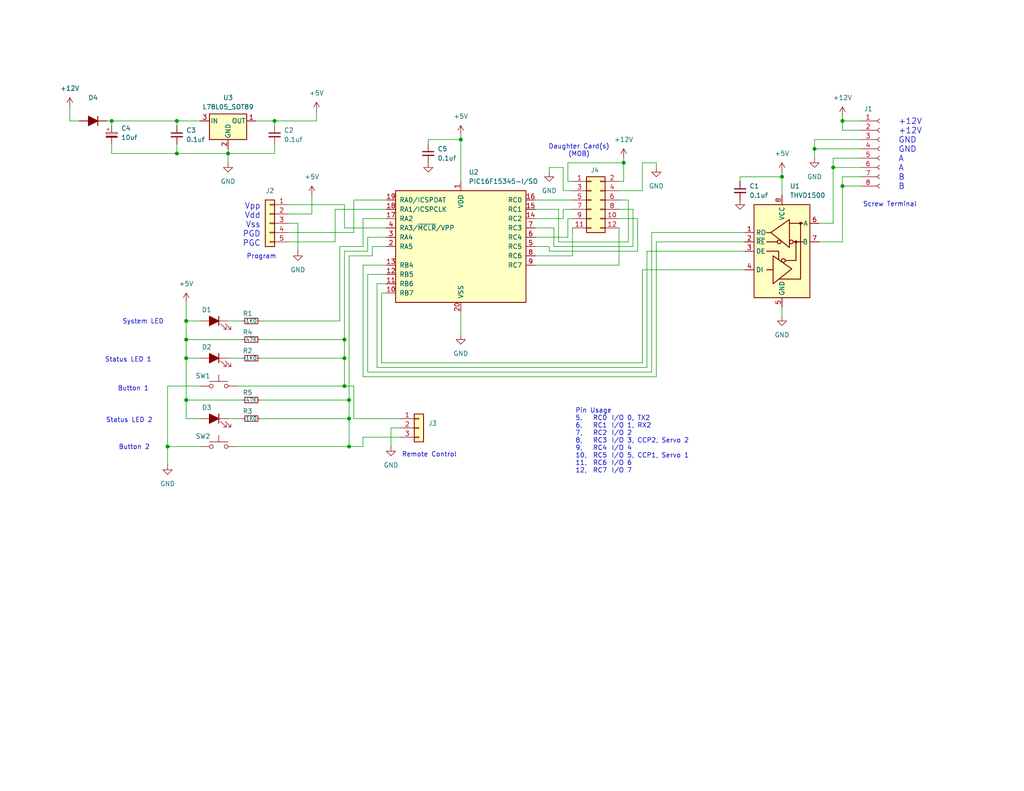
<source format=kicad_sch>
(kicad_sch (version 20250114) (generator "eeschema") (generator_version "9.0")
  (paper "A")
  (title_block (title "Serial Model Railroad Control") (date "2025-03-23") (rev "n/c") (company "DMFE") (comment 1 "Remote Mother Board"))
  (lib_symbols
    (symbol "Connector:Conn_01x08_Socket" (pin_names (offset 1.016) (hide yes))
      (property "Reference" "J" (at 0 10.16 0))
      (property "Value" "Conn_01x08_Socket" (at 0 -12.7 0))
      (symbol "Conn_01x08_Socket_1_1"
        (polyline (pts (xy -1.27 7.62) (xy -0.508 7.62)) (stroke (width 0.1524)))
        (polyline (pts (xy -1.27 5.08) (xy -0.508 5.08)) (stroke (width 0.1524)))
        (polyline (pts (xy -1.27 2.54) (xy -0.508 2.54)) (stroke (width 0.1524)))
        (polyline (pts (xy -1.27 0) (xy -0.508 0)) (stroke (width 0.1524)))
        (polyline (pts (xy -1.27 -2.54) (xy -0.508 -2.54)) (stroke (width 0.1524)))
        (polyline (pts (xy -1.27 -5.08) (xy -0.508 -5.08)) (stroke (width 0.1524)))
        (polyline (pts (xy -1.27 -7.62) (xy -0.508 -7.62)) (stroke (width 0.1524)))
        (polyline (pts (xy -1.27 -10.16) (xy -0.508 -10.16)) (stroke (width 0.1524)))
        (arc (start 0 7.112) (mid -0.5058 7.62) (end 0 8.128) (stroke (width 0.1524)))
        (arc (start 0 4.572) (mid -0.5058 5.08) (end 0 5.588) (stroke (width 0.1524)))
        (arc (start 0 2.032) (mid -0.5058 2.54) (end 0 3.048) (stroke (width 0.1524)))
        (arc (start 0 -0.508) (mid -0.5058 0) (end 0 0.508) (stroke (width 0.1524)))
        (arc (start 0 -3.048) (mid -0.5058 -2.54) (end 0 -2.032) (stroke (width 0.1524)))
        (arc (start 0 -5.588) (mid -0.5058 -5.08) (end 0 -4.572) (stroke (width 0.1524)))
        (arc (start 0 -8.128) (mid -0.5058 -7.62) (end 0 -7.112) (stroke (width 0.1524)))
        (arc (start 0 -10.668) (mid -0.5058 -10.16) (end 0 -9.652) (stroke (width 0.1524)))
        (pin passive line (at -5.08 7.62 0) (length 3.81) (name "Pin_1") (number "1"))
        (pin passive line (at -5.08 5.08 0) (length 3.81) (name "Pin_2") (number "2"))
        (pin passive line (at -5.08 2.54 0) (length 3.81) (name "Pin_3") (number "3"))
        (pin passive line (at -5.08 0 0) (length 3.81) (name "Pin_4") (number "4"))
        (pin passive line (at -5.08 -2.54 0) (length 3.81) (name "Pin_5") (number "5"))
        (pin passive line (at -5.08 -5.08 0) (length 3.81) (name "Pin_6") (number "6"))
        (pin passive line (at -5.08 -7.62 0) (length 3.81) (name "Pin_7") (number "7"))
        (pin passive line (at -5.08 -10.16 0) (length 3.81) (name "Pin_8") (number "8"))
      )
    )
    (symbol "Connector_Generic:Conn_01x03" (pin_names (offset 1.016) (hide yes))
      (property "Reference" "J" (at 0 5.08 0))
      (property "Value" "Conn_01x03" (at 0 -5.08 0))
      (symbol "Conn_01x03_1_1"
        (rectangle (start -1.27 3.81) (end 1.27 -3.81) (stroke (width 0.254)) (fill (type background)))
        (rectangle (start -1.27 2.667) (end 0 2.413) (stroke (width 0.1524)))
        (rectangle (start -1.27 0.127) (end 0 -0.127) (stroke (width 0.1524)))
        (rectangle (start -1.27 -2.413) (end 0 -2.667) (stroke (width 0.1524)))
        (pin passive line (at -5.08 2.54 0) (length 3.81) (name "Pin_1") (number "1"))
        (pin passive line (at -5.08 0 0) (length 3.81) (name "Pin_2") (number "2"))
        (pin passive line (at -5.08 -2.54 0) (length 3.81) (name "Pin_3") (number "3"))
      )
    )
    (symbol "Connector_Generic:Conn_01x05" (pin_names (offset 1.016) (hide yes))
      (property "Reference" "J" (at 0 7.62 0))
      (property "Value" "Conn_01x05" (at 0 -7.62 0))
      (symbol "Conn_01x05_1_1"
        (rectangle (start -1.27 6.35) (end 1.27 -6.35) (stroke (width 0.254)) (fill (type background)))
        (rectangle (start -1.27 5.207) (end 0 4.953) (stroke (width 0.1524)))
        (rectangle (start -1.27 2.667) (end 0 2.413) (stroke (width 0.1524)))
        (rectangle (start -1.27 0.127) (end 0 -0.127) (stroke (width 0.1524)))
        (rectangle (start -1.27 -2.413) (end 0 -2.667) (stroke (width 0.1524)))
        (rectangle (start -1.27 -4.953) (end 0 -5.207) (stroke (width 0.1524)))
        (pin passive line (at -5.08 5.08 0) (length 3.81) (name "Pin_1") (number "1"))
        (pin passive line (at -5.08 2.54 0) (length 3.81) (name "Pin_2") (number "2"))
        (pin passive line (at -5.08 0 0) (length 3.81) (name "Pin_3") (number "3"))
        (pin passive line (at -5.08 -2.54 0) (length 3.81) (name "Pin_4") (number "4"))
        (pin passive line (at -5.08 -5.08 0) (length 3.81) (name "Pin_5") (number "5"))
      )
    )
    (symbol "Connector_Generic:Conn_02x06_Odd_Even" (pin_names (offset 1.016) (hide yes))
      (property "Reference" "J" (at 1.27 7.62 0))
      (property "Value" "Conn_02x06_Odd_Even" (at 1.27 -10.16 0))
      (symbol "Conn_02x06_Odd_Even_1_1"
        (rectangle (start -1.27 6.35) (end 3.81 -8.89) (stroke (width 0.254)) (fill (type background)))
        (rectangle (start -1.27 5.207) (end 0 4.953) (stroke (width 0.1524)))
        (rectangle (start -1.27 2.667) (end 0 2.413) (stroke (width 0.1524)))
        (rectangle (start -1.27 0.127) (end 0 -0.127) (stroke (width 0.1524)))
        (rectangle (start -1.27 -2.413) (end 0 -2.667) (stroke (width 0.1524)))
        (rectangle (start -1.27 -4.953) (end 0 -5.207) (stroke (width 0.1524)))
        (rectangle (start -1.27 -7.493) (end 0 -7.747) (stroke (width 0.1524)))
        (rectangle (start 3.81 5.207) (end 2.54 4.953) (stroke (width 0.1524)))
        (rectangle (start 3.81 2.667) (end 2.54 2.413) (stroke (width 0.1524)))
        (rectangle (start 3.81 0.127) (end 2.54 -0.127) (stroke (width 0.1524)))
        (rectangle (start 3.81 -2.413) (end 2.54 -2.667) (stroke (width 0.1524)))
        (rectangle (start 3.81 -4.953) (end 2.54 -5.207) (stroke (width 0.1524)))
        (rectangle (start 3.81 -7.493) (end 2.54 -7.747) (stroke (width 0.1524)))
        (pin passive line (at -5.08 5.08 0) (length 3.81) (name "Pin_1") (number "1"))
        (pin passive line (at -5.08 2.54 0) (length 3.81) (name "Pin_3") (number "3"))
        (pin passive line (at -5.08 0 0) (length 3.81) (name "Pin_5") (number "5"))
        (pin passive line (at -5.08 -2.54 0) (length 3.81) (name "Pin_7") (number "7"))
        (pin passive line (at -5.08 -5.08 0) (length 3.81) (name "Pin_9") (number "9"))
        (pin passive line (at -5.08 -7.62 0) (length 3.81) (name "Pin_11") (number "11"))
        (pin passive line (at 7.62 5.08 180) (length 3.81) (name "Pin_2") (number "2"))
        (pin passive line (at 7.62 2.54 180) (length 3.81) (name "Pin_4") (number "4"))
        (pin passive line (at 7.62 0 180) (length 3.81) (name "Pin_6") (number "6"))
        (pin passive line (at 7.62 -2.54 180) (length 3.81) (name "Pin_8") (number "8"))
        (pin passive line (at 7.62 -5.08 180) (length 3.81) (name "Pin_10") (number "10"))
        (pin passive line (at 7.62 -7.62 180) (length 3.81) (name "Pin_12") (number "12"))
      )
    )
    (symbol "Device:C_Polarized_Small" (pin_numbers (hide yes)) (pin_names (offset 0.254) (hide yes))
      (property "Reference" "C" (at 0.254 1.778 0))
      (property "Value" "C_Polarized_Small" (at 0.254 -2.032 0))
      (symbol "C_Polarized_Small_0_1"
        (rectangle (start -1.524 0.6858) (end 1.524 0.3048))
        (rectangle (start -1.524 -0.3048) (end 1.524 -0.6858) (fill (type outline)))
        (polyline (pts (xy -1.27 1.524) (xy -0.762 1.524)))
        (polyline (pts (xy -1.016 1.27) (xy -1.016 1.778)))
      )
      (symbol "C_Polarized_Small_1_1"
        (pin passive line (at 0 2.54 270) (length 1.8542) (name "~") (number "1"))
        (pin passive line (at 0 -2.54 90) (length 1.8542) (name "~") (number "2"))
      )
    )
    (symbol "Device:C_Small" (pin_numbers (hide yes)) (pin_names (offset 0.254) (hide yes))
      (property "Reference" "C" (at 0.254 1.778 0))
      (property "Value" "C_Small" (at 0.254 -2.032 0))
      (symbol "C_Small_0_1"
        (polyline (pts (xy -1.524 0.508) (xy 1.524 0.508)) (stroke (width 0.3048)))
        (polyline (pts (xy -1.524 -0.508) (xy 1.524 -0.508)) (stroke (width 0.3302)))
      )
      (symbol "C_Small_1_1"
        (pin passive line (at 0 2.54 270) (length 2.032) (name "~") (number "1"))
        (pin passive line (at 0 -2.54 90) (length 2.032) (name "~") (number "2"))
      )
    )
    (symbol "Device:D_Filled" (pin_numbers (hide yes)) (pin_names (offset 1.016) (hide yes))
      (property "Reference" "D" (at 0 2.54 0))
      (property "Value" "D_Filled" (at 0 -2.54 0))
      (symbol "D_Filled_0_1"
        (polyline (pts (xy -1.27 1.27) (xy -1.27 -1.27)) (stroke (width 0.254)))
        (polyline (pts (xy 1.27 1.27) (xy 1.27 -1.27) (xy -1.27 0) (xy 1.27 1.27)) (stroke (width 0.254)) (fill (type outline)))
        (polyline (pts (xy 1.27 0) (xy -1.27 0)))
      )
      (symbol "D_Filled_1_1"
        (pin passive line (at -3.81 0 0) (length 2.54) (name "K") (number "1"))
        (pin passive line (at 3.81 0 180) (length 2.54) (name "A") (number "2"))
      )
    )
    (symbol "Device:LED_Filled" (pin_numbers (hide yes)) (pin_names (offset 1.016) (hide yes))
      (property "Reference" "D" (at 0 2.54 0))
      (property "Value" "LED_Filled" (at 0 -2.54 0))
      (property "Sim.Pins" "1=K 2=A" (at 0 0 0))
      (symbol "LED_Filled_0_1"
        (polyline (pts (xy -3.048 -0.762) (xy -4.572 -2.286) (xy -3.81 -2.286) (xy -4.572 -2.286) (xy -4.572 -1.524)))
        (polyline (pts (xy -1.778 -0.762) (xy -3.302 -2.286) (xy -2.54 -2.286) (xy -3.302 -2.286) (xy -3.302 -1.524)))
        (polyline (pts (xy -1.27 0) (xy 1.27 0)))
        (polyline (pts (xy -1.27 -1.27) (xy -1.27 1.27)) (stroke (width 0.254)))
        (polyline (pts (xy 1.27 -1.27) (xy 1.27 1.27) (xy -1.27 0) (xy 1.27 -1.27)) (stroke (width 0.254)) (fill (type outline)))
      )
      (symbol "LED_Filled_1_1"
        (pin passive line (at -3.81 0 0) (length 2.54) (name "K") (number "1"))
        (pin passive line (at 3.81 0 180) (length 2.54) (name "A") (number "2"))
      )
    )
    (symbol "Device:R_Small" (pin_numbers (hide yes)) (pin_names (offset 0.254) (hide yes))
      (property "Reference" "R" (at 0.762 0.508 0))
      (property "Value" "R_Small" (at 0.762 -1.016 0))
      (symbol "R_Small_0_1"
        (rectangle (start -0.762 1.778) (end 0.762 -1.778) (stroke (width 0.2032)))
      )
      (symbol "R_Small_1_1"
        (pin passive line (at 0 2.54 270) (length 0.762) (name "~") (number "1"))
        (pin passive line (at 0 -2.54 90) (length 0.762) (name "~") (number "2"))
      )
    )
    (symbol "Interface_UART:THVD1500"
      (property "Reference" "U" (at -6.096 11.43 0))
      (property "Value" "THVD1500" (at 0.762 11.43 0))
      (symbol "THVD1500_0_1"
        (rectangle (start -7.62 12.7) (end 7.62 -12.7) (stroke (width 0.254)) (fill (type background)))
        (polyline (pts (xy -4.191 2.54) (xy -1.27 2.54)) (stroke (width 0.254)))
        (polyline (pts (xy -4.191 0) (xy -0.889 0) (xy -0.889 -2.286)) (stroke (width 0.254)))
        (polyline (pts (xy -3.175 5.08) (xy -4.191 5.08) (xy -4.064 5.08)) (stroke (width 0.254)))
        (polyline (pts (xy -2.54 -5.08) (xy -4.191 -5.08)) (stroke (width 0.254)))
        (polyline (pts (xy -2.413 -5.08) (xy -2.413 -1.27) (xy 2.667 -4.826) (xy -2.413 -8.89) (xy -2.413 -5.08)) (stroke (width 0.254)))
        (polyline (pts (xy -0.635 -7.62) (xy 5.08 -7.62)) (stroke (width 0.254)))
        (circle (center 0.381 -2.54) (radius 0.508) (stroke (width 0.254)))
        (polyline (pts (xy 0.889 -2.54) (xy 3.81 -2.54)) (stroke (width 0.254)))
        (polyline (pts (xy 2.032 7.62) (xy 5.715 7.62)) (stroke (width 0.254)))
        (polyline (pts (xy 3.048 2.54) (xy 5.715 2.54)) (stroke (width 0.254)))
        (circle (center 3.81 2.54) (radius 0.2794) (stroke (width 0.254)) (fill (type outline)))
        (polyline (pts (xy 3.81 -2.54) (xy 3.81 2.54)) (stroke (width 0.254)))
        (polyline (pts (xy 5.08 -7.62) (xy 5.08 7.62)) (stroke (width 0.254)))
      )
      (symbol "THVD1500_1_1"
        (circle (center -0.762 2.54) (radius 0.508) (stroke (width 0.254)))
        (polyline (pts (xy 2.032 4.826) (xy 2.032 8.636) (xy -3.048 5.08) (xy 2.032 1.016) (xy 2.032 4.826)) (stroke (width 0.254)))
        (circle (center 2.54 2.54) (radius 0.508) (stroke (width 0.254)))
        (circle (center 5.08 7.62) (radius 0.2794) (stroke (width 0.254)) (fill (type outline)))
        (pin output line (at -10.16 5.08 0) (length 2.54) (name "RO") (number "1"))
        (pin input line (at -10.16 2.54 0) (length 2.54) (name "~{RE}") (number "2"))
        (pin input line (at -10.16 0 0) (length 2.54) (name "DE") (number "3"))
        (pin input line (at -10.16 -5.08 0) (length 2.54) (name "DI") (number "4"))
        (pin power_in line (at 0 15.24 270) (length 2.54) (name "VCC") (number "8"))
        (pin power_in line (at 0 -15.24 90) (length 2.54) (name "GND") (number "5"))
        (pin bidirectional line (at 10.16 7.62 180) (length 2.54) (name "A") (number "6"))
        (pin bidirectional line (at 10.16 2.54 180) (length 2.54) (name "B") (number "7"))
      )
    )
    (symbol "MCU_Microchip_PIC16:PIC16F18344-SO" (pin_names (offset 1.016))
      (property "Reference" "U" (at -16.51 16.51 0))
      (property "Value" "PIC16F18344-SO" (at 8.89 16.51 0))
      (symbol "PIC16F18344-SO_0_1"
        (rectangle (start -17.78 15.24) (end 17.78 -15.24) (stroke (width 0.254)) (fill (type background)))
      )
      (symbol "PIC16F18344-SO_1_1"
        (pin bidirectional line (at -20.32 12.7 0) (length 2.54) (name "RA0/ICSPDAT") (number "19"))
        (pin bidirectional line (at -20.32 10.16 0) (length 2.54) (name "RA1/ICSPCLK") (number "18"))
        (pin bidirectional line (at -20.32 7.62 0) (length 2.54) (name "RA2") (number "17"))
        (pin bidirectional line (at -20.32 5.08 0) (length 2.54) (name "RA3/~{MCLR}/VPP") (number "4"))
        (pin bidirectional line (at -20.32 2.54 0) (length 2.54) (name "RA4") (number "3"))
        (pin bidirectional line (at -20.32 0 0) (length 2.54) (name "RA5") (number "2"))
        (pin bidirectional line (at -20.32 -5.08 0) (length 2.54) (name "RB4") (number "13"))
        (pin bidirectional line (at -20.32 -7.62 0) (length 2.54) (name "RB5") (number "12"))
        (pin bidirectional line (at -20.32 -10.16 0) (length 2.54) (name "RB6") (number "11"))
        (pin bidirectional line (at -20.32 -12.7 0) (length 2.54) (name "RB7") (number "10"))
        (pin power_in line (at 0 17.78 270) (length 2.54) (name "VDD") (number "1"))
        (pin power_in line (at 0 -17.78 90) (length 2.54) (name "VSS") (number "20"))
        (pin bidirectional line (at 20.32 12.7 180) (length 2.54) (name "RC0") (number "16"))
        (pin bidirectional line (at 20.32 10.16 180) (length 2.54) (name "RC1") (number "15"))
        (pin bidirectional line (at 20.32 7.62 180) (length 2.54) (name "RC2") (number "14"))
        (pin bidirectional line (at 20.32 5.08 180) (length 2.54) (name "RC3") (number "7"))
        (pin bidirectional line (at 20.32 2.54 180) (length 2.54) (name "RC4") (number "6"))
        (pin bidirectional line (at 20.32 0 180) (length 2.54) (name "RC5") (number "5"))
        (pin bidirectional line (at 20.32 -2.54 180) (length 2.54) (name "RC6") (number "8"))
        (pin bidirectional line (at 20.32 -5.08 180) (length 2.54) (name "RC7") (number "9"))
      )
    )
    (symbol "Regulator_Linear:L78L05_SOT89" (pin_names (offset 0.254))
      (property "Reference" "U" (at -3.81 3.175 0))
      (property "Value" "L78L05_SOT89" (at -0.635 3.175 0))
      (symbol "L78L05_SOT89_0_1"
        (rectangle (start -5.08 1.905) (end 5.08 -5.08) (stroke (width 0.254)) (fill (type background)))
      )
      (symbol "L78L05_SOT89_1_1"
        (pin power_in line (at -7.62 0 0) (length 2.54) (name "IN") (number "3"))
        (pin power_in line (at 0 -7.62 90) (length 2.54) (name "GND") (number "2"))
        (pin power_out line (at 7.62 0 180) (length 2.54) (name "OUT") (number "1"))
      )
    )
    (symbol "Switch:SW_Push" (pin_numbers (hide yes)) (pin_names (offset 1.016) (hide yes))
      (property "Reference" "SW" (at 1.27 2.54 0))
      (property "Value" "SW_Push" (at 0 -1.524 0))
      (symbol "SW_Push_0_1"
        (circle (center -2.032 0) (radius 0.508))
        (polyline (pts (xy 0 1.27) (xy 0 3.048)))
        (circle (center 2.032 0) (radius 0.508))
        (polyline (pts (xy 2.54 1.27) (xy -2.54 1.27)))
        (pin passive line (at -5.08 0 0) (length 2.54) (name "1") (number "1"))
        (pin passive line (at 5.08 0 180) (length 2.54) (name "2") (number "2"))
      )
    )
    (symbol "power:+12V" (power) (pin_numbers (hide yes)) (pin_names (offset 0) (hide yes))
      (property "Value" "+12V" (at 0 3.556 0))
      (symbol "+12V_0_1"
        (polyline (pts (xy -0.762 1.27) (xy 0 2.54)))
        (polyline (pts (xy 0 2.54) (xy 0.762 1.27)))
        (polyline (pts (xy 0 0) (xy 0 2.54)))
      )
      (symbol "+12V_1_1"
        (pin power_in line (at 0 0 90) (length 0) (name "~") (number "1"))
      )
    )
    (symbol "power:+5V" (power) (pin_numbers (hide yes)) (pin_names (offset 0) (hide yes))
      (property "Value" "+5V" (at 0 3.556 0))
      (symbol "+5V_0_1"
        (polyline (pts (xy -0.762 1.27) (xy 0 2.54)))
        (polyline (pts (xy 0 2.54) (xy 0.762 1.27)))
        (polyline (pts (xy 0 0) (xy 0 2.54)))
      )
      (symbol "+5V_1_1"
        (pin power_in line (at 0 0 90) (length 0) (name "~") (number "1"))
      )
    )
    (symbol "power:GND" (power) (pin_numbers (hide yes)) (pin_names (offset 0) (hide yes))
      (property "Value" "GND" (at 0 -3.81 0))
      (symbol "GND_0_1"
        (polyline (pts (xy 0 0) (xy 0 -1.27) (xy 1.27 -1.27) (xy 0 -2.54) (xy -1.27 -1.27) (xy 0 -1.27)))
      )
      (symbol "GND_1_1"
        (pin power_in line (at 0 0 270) (length 0) (name "~") (number "1"))
      )
    )
  )
  (text "Daughter Card(s)\n(MOB)" (at 157.988 41.148 0) (effects (font (size 1.27 1.27))))
  (text "Remote Control" (at 124.714 124.206 0) (effects (font (size 1.27 1.27)) (justify right)))
  (text "Status LED 1" (at 41.402 98.298 0) (effects (font (size 1.27 1.27)) (justify right)))
  (text "Program" (at 75.438 70.104 0) (effects (font (size 1.27 1.27)) (justify right)))
  (text "Vpp\nVdd\nVss\nPGD\nPGC" (at 71.12 61.468 0) (effects (font (size 1.5748 1.5748)) (justify right)))
  (text "Button 2" (at 40.894 122.174 0) (effects (font (size 1.27 1.27)) (justify right)))
  (text "System LED" (at 44.704 87.884 0) (effects (font (size 1.27 1.27)) (justify right)))
  (text "Screw Terminal" (at 242.824 55.88 0) (effects (font (size 1.27 1.27))))
  (text "Status LED 2" (at 41.656 114.808 0) (effects (font (size 1.27 1.27)) (justify right)))
  (text "Button 1" (at 40.64 106.172 0) (effects (font (size 1.27 1.27)) (justify right)))
  (text "Pin Usage\n5,	RC0	I/O 0, TX2\n6,	RC1	I/O 1, RX2\n7,	RC2	I/O 2\n8,	RC3	I/O 3, CCP2, Servo 2\n9,	RC4	I/O 4\n10,	RC5	I/O 5, CCP1, Servo 1\n11,	RC6	I/O 6\n12,	RC7	I/O 7" (at 156.972 120.396 0) (effects (font (size 1.27 1.27)) (justify left)))
  (text "+12V\n+12V\nGND\nGND\nA\nA\nB\nB" (at 245.11 42.164 0) (effects (font (size 1.5748 1.5748)) (justify left)))
  (junction (at 50.8 87.63))
  (junction (at 50.8 92.71))
  (junction (at 95.25 114.3))
  (junction (at 227.33 45.72))
  (junction (at 213.36 48.26))
  (junction (at 229.87 50.8))
  (junction (at 30.48 33.02))
  (junction (at 48.26 41.91))
  (junction (at 229.87 33.02))
  (junction (at 48.26 33.02))
  (junction (at 222.25 40.64))
  (junction (at 93.98 97.79))
  (junction (at 93.98 92.71))
  (junction (at 45.72 121.92))
  (junction (at 95.25 121.92))
  (junction (at 50.8 97.79))
  (junction (at 93.98 105.41))
  (junction (at 74.93 33.02))
  (junction (at 50.8 109.22))
  (junction (at 170.18 44.45))
  (junction (at 125.73 38.1))
  (junction (at 62.23 41.91))
  (junction (at 95.25 109.22))
  (wire (pts (xy 64.77 121.92) (xy 95.25 121.92)))
  (wire (pts (xy 93.98 55.88) (xy 93.98 62.23)))
  (wire (pts (xy 125.73 38.1) (xy 125.73 49.53)))
  (wire (pts (xy 93.98 62.23) (xy 105.41 62.23)))
  (wire (pts (xy 92.71 67.31) (xy 99.06 67.31)))
  (wire (pts (xy 71.12 109.22) (xy 95.25 109.22)))
  (wire (pts (xy 156.21 49.53) (xy 154.94 49.53)))
  (wire (pts (xy 64.77 105.41) (xy 93.98 105.41)))
  (wire (pts (xy 227.33 45.72) (xy 227.33 60.96)))
  (wire (pts (xy 151.13 62.23) (xy 151.13 67.31)))
  (wire (pts (xy 116.84 38.1) (xy 125.73 38.1)))
  (wire (pts (xy 74.93 33.02) (xy 86.36 33.02)))
  (wire (pts (xy 177.8 63.5) (xy 177.8 101.6)))
  (wire (pts (xy 179.07 66.04) (xy 203.2 66.04)))
  (wire (pts (xy 74.93 33.02) (xy 74.93 34.29)))
  (wire (pts (xy 222.25 38.1) (xy 234.95 38.1)))
  (wire (pts (xy 62.23 41.91) (xy 74.93 41.91)))
  (wire (pts (xy 146.05 57.15) (xy 152.4 57.15)))
  (wire (pts (xy 62.23 41.91) (xy 48.26 41.91)))
  (wire (pts (xy 175.26 44.45) (xy 179.07 44.45)))
  (wire (pts (xy 93.98 105.41) (xy 93.98 97.79)))
  (wire (pts (xy 201.93 49.53) (xy 201.93 48.26)))
  (wire (pts (xy 229.87 66.04) (xy 223.52 66.04)))
  (wire (pts (xy 85.09 53.34) (xy 85.09 58.42)))
  (wire (pts (xy 96.52 114.3) (xy 96.52 105.41)))
  (wire (pts (xy 71.12 114.3) (xy 95.25 114.3)))
  (wire (pts (xy 146.05 69.85) (xy 156.21 69.85)))
  (wire (pts (xy 96.52 54.61) (xy 96.52 63.5)))
  (wire (pts (xy 156.21 52.07) (xy 153.67 52.07)))
  (wire (pts (xy 203.2 63.5) (xy 177.8 63.5)))
  (wire (pts (xy 109.22 119.38) (xy 99.06 119.38)))
  (wire (pts (xy 146.05 62.23) (xy 151.13 62.23)))
  (wire (pts (xy 229.87 48.26) (xy 229.87 50.8)))
  (wire (pts (xy 74.93 39.37) (xy 74.93 41.91)))
  (wire (pts (xy 99.06 121.92) (xy 95.25 121.92)))
  (wire (pts (xy 146.05 59.69) (xy 153.67 59.69)))
  (wire (pts (xy 45.72 121.92) (xy 54.61 121.92)))
  (wire (pts (xy 106.68 121.92) (xy 106.68 116.84)))
  (wire (pts (xy 48.26 41.91) (xy 48.26 39.37)))
  (wire (pts (xy 175.26 73.66) (xy 175.26 99.06)))
  (wire (pts (xy 104.14 99.06) (xy 104.14 80.01)))
  (wire (pts (xy 176.53 68.58) (xy 176.53 100.33)))
  (wire (pts (xy 151.13 67.31) (xy 172.72 67.31)))
  (wire (pts (xy 50.8 97.79) (xy 50.8 109.22)))
  (wire (pts (xy 100.33 101.6) (xy 100.33 74.93)))
  (wire (pts (xy 213.36 83.82) (xy 213.36 86.36)))
  (wire (pts (xy 50.8 82.55) (xy 50.8 87.63)))
  (wire (pts (xy 48.26 33.02) (xy 54.61 33.02)))
  (wire (pts (xy 54.61 105.41) (xy 45.72 105.41)))
  (wire (pts (xy 179.07 44.45) (xy 179.07 45.72)))
  (wire (pts (xy 95.25 121.92) (xy 95.25 114.3)))
  (wire (pts (xy 154.94 64.77) (xy 154.94 59.69)))
  (wire (pts (xy 50.8 97.79) (xy 54.61 97.79)))
  (wire (pts (xy 45.72 105.41) (xy 45.72 121.92)))
  (wire (pts (xy 154.94 59.69) (xy 156.21 59.69)))
  (wire (pts (xy 29.21 33.02) (xy 30.48 33.02)))
  (wire (pts (xy 168.91 52.07) (xy 175.26 52.07)))
  (wire (pts (xy 171.45 54.61) (xy 168.91 54.61)))
  (wire (pts (xy 109.22 114.3) (xy 96.52 114.3)))
  (wire (pts (xy 227.33 43.18) (xy 227.33 45.72)))
  (wire (pts (xy 156.21 62.23) (xy 156.21 69.85)))
  (wire (pts (xy 154.94 44.45) (xy 170.18 44.45)))
  (wire (pts (xy 99.06 59.69) (xy 105.41 59.69)))
  (wire (pts (xy 95.25 114.3) (xy 95.25 109.22)))
  (wire (pts (xy 19.05 33.02) (xy 19.05 29.21)))
  (wire (pts (xy 170.18 43.18) (xy 170.18 44.45)))
  (wire (pts (xy 172.72 57.15) (xy 168.91 57.15)))
  (wire (pts (xy 172.72 67.31) (xy 172.72 57.15)))
  (wire (pts (xy 102.87 77.47) (xy 105.41 77.47)))
  (wire (pts (xy 99.06 119.38) (xy 99.06 121.92)))
  (wire (pts (xy 100.33 74.93) (xy 105.41 74.93)))
  (wire (pts (xy 30.48 33.02) (xy 48.26 33.02)))
  (wire (pts (xy 229.87 33.02) (xy 229.87 31.75)))
  (wire (pts (xy 153.67 59.69) (xy 153.67 57.15)))
  (wire (pts (xy 62.23 40.64) (xy 62.23 41.91)))
  (wire (pts (xy 179.07 102.87) (xy 99.06 102.87)))
  (wire (pts (xy 71.12 92.71) (xy 93.98 92.71)))
  (wire (pts (xy 85.09 58.42) (xy 78.74 58.42)))
  (wire (pts (xy 92.71 87.63) (xy 92.71 67.31)))
  (wire (pts (xy 62.23 87.63) (xy 66.04 87.63)))
  (wire (pts (xy 125.73 85.09) (xy 125.73 91.44)))
  (wire (pts (xy 106.68 116.84) (xy 109.22 116.84)))
  (wire (pts (xy 149.86 67.31) (xy 149.86 68.58)))
  (wire (pts (xy 149.86 45.72) (xy 149.86 46.99)))
  (wire (pts (xy 213.36 46.99) (xy 213.36 48.26)))
  (wire (pts (xy 95.25 69.85) (xy 95.25 109.22)))
  (wire (pts (xy 50.8 92.71) (xy 50.8 97.79)))
  (wire (pts (xy 101.6 67.31) (xy 105.41 67.31)))
  (wire (pts (xy 175.26 99.06) (xy 104.14 99.06)))
  (wire (pts (xy 153.67 57.15) (xy 156.21 57.15)))
  (wire (pts (xy 175.26 52.07) (xy 175.26 44.45)))
  (wire (pts (xy 176.53 68.58) (xy 203.2 68.58)))
  (wire (pts (xy 176.53 100.33) (xy 102.87 100.33)))
  (wire (pts (xy 102.87 100.33) (xy 102.87 77.47)))
  (wire (pts (xy 149.86 68.58) (xy 173.99 68.58)))
  (wire (pts (xy 62.23 114.3) (xy 66.04 114.3)))
  (wire (pts (xy 229.87 50.8) (xy 234.95 50.8)))
  (wire (pts (xy 50.8 109.22) (xy 66.04 109.22)))
  (wire (pts (xy 146.05 72.39) (xy 168.91 72.39)))
  (wire (pts (xy 93.98 92.71) (xy 93.98 68.58)))
  (wire (pts (xy 86.36 33.02) (xy 86.36 30.48)))
  (wire (pts (xy 153.67 52.07) (xy 153.67 45.72)))
  (wire (pts (xy 100.33 68.58) (xy 100.33 64.77)))
  (wire (pts (xy 91.44 66.04) (xy 78.74 66.04)))
  (wire (pts (xy 171.45 66.04) (xy 171.45 54.61)))
  (wire (pts (xy 78.74 55.88) (xy 93.98 55.88)))
  (wire (pts (xy 222.25 40.64) (xy 222.25 38.1)))
  (wire (pts (xy 177.8 101.6) (xy 100.33 101.6)))
  (wire (pts (xy 100.33 64.77) (xy 105.41 64.77)))
  (wire (pts (xy 222.25 40.64) (xy 234.95 40.64)))
  (wire (pts (xy 96.52 63.5) (xy 78.74 63.5)))
  (wire (pts (xy 30.48 33.02) (xy 30.48 34.29)))
  (wire (pts (xy 125.73 36.83) (xy 125.73 38.1)))
  (wire (pts (xy 101.6 69.85) (xy 101.6 67.31)))
  (wire (pts (xy 62.23 41.91) (xy 62.23 44.45)))
  (wire (pts (xy 227.33 45.72) (xy 234.95 45.72)))
  (wire (pts (xy 146.05 54.61) (xy 156.21 54.61)))
  (wire (pts (xy 203.2 73.66) (xy 175.26 73.66)))
  (wire (pts (xy 170.18 49.53) (xy 168.91 49.53)))
  (wire (pts (xy 45.72 127) (xy 45.72 121.92)))
  (wire (pts (xy 21.59 33.02) (xy 19.05 33.02)))
  (wire (pts (xy 93.98 97.79) (xy 93.98 92.71)))
  (wire (pts (xy 173.99 59.69) (xy 168.91 59.69)))
  (wire (pts (xy 30.48 39.37) (xy 30.48 41.91)))
  (wire (pts (xy 50.8 87.63) (xy 50.8 92.71)))
  (wire (pts (xy 48.26 33.02) (xy 48.26 34.29)))
  (wire (pts (xy 50.8 114.3) (xy 54.61 114.3)))
  (wire (pts (xy 71.12 97.79) (xy 93.98 97.79)))
  (wire (pts (xy 168.91 72.39) (xy 168.91 62.23)))
  (wire (pts (xy 96.52 105.41) (xy 93.98 105.41)))
  (wire (pts (xy 71.12 87.63) (xy 92.71 87.63)))
  (wire (pts (xy 154.94 49.53) (xy 154.94 44.45)))
  (wire (pts (xy 105.41 57.15) (xy 91.44 57.15)))
  (wire (pts (xy 91.44 57.15) (xy 91.44 66.04)))
  (wire (pts (xy 152.4 66.04) (xy 171.45 66.04)))
  (wire (pts (xy 234.95 35.56) (xy 229.87 35.56)))
  (wire (pts (xy 222.25 43.18) (xy 222.25 40.64)))
  (wire (pts (xy 99.06 102.87) (xy 99.06 72.39)))
  (wire (pts (xy 50.8 109.22) (xy 50.8 114.3)))
  (wire (pts (xy 93.98 68.58) (xy 100.33 68.58)))
  (wire (pts (xy 116.84 39.37) (xy 116.84 38.1)))
  (wire (pts (xy 234.95 43.18) (xy 227.33 43.18)))
  (wire (pts (xy 146.05 64.77) (xy 154.94 64.77)))
  (wire (pts (xy 30.48 41.91) (xy 48.26 41.91)))
  (wire (pts (xy 69.85 33.02) (xy 74.93 33.02)))
  (wire (pts (xy 50.8 87.63) (xy 54.61 87.63)))
  (wire (pts (xy 170.18 44.45) (xy 170.18 49.53)))
  (wire (pts (xy 81.28 60.96) (xy 78.74 60.96)))
  (wire (pts (xy 153.67 45.72) (xy 149.86 45.72)))
  (wire (pts (xy 146.05 67.31) (xy 149.86 67.31)))
  (wire (pts (xy 229.87 35.56) (xy 229.87 33.02)))
  (wire (pts (xy 179.07 66.04) (xy 179.07 102.87)))
  (wire (pts (xy 50.8 92.71) (xy 66.04 92.71)))
  (wire (pts (xy 152.4 57.15) (xy 152.4 66.04)))
  (wire (pts (xy 229.87 33.02) (xy 234.95 33.02)))
  (wire (pts (xy 99.06 67.31) (xy 99.06 59.69)))
  (wire (pts (xy 95.25 69.85) (xy 101.6 69.85)))
  (wire (pts (xy 62.23 97.79) (xy 66.04 97.79)))
  (wire (pts (xy 227.33 60.96) (xy 223.52 60.96)))
  (wire (pts (xy 229.87 50.8) (xy 229.87 66.04)))
  (wire (pts (xy 213.36 48.26) (xy 213.36 53.34)))
  (wire (pts (xy 105.41 54.61) (xy 96.52 54.61)))
  (wire (pts (xy 201.93 48.26) (xy 213.36 48.26)))
  (wire (pts (xy 99.06 72.39) (xy 105.41 72.39)))
  (wire (pts (xy 173.99 68.58) (xy 173.99 59.69)))
  (wire (pts (xy 104.14 80.01) (xy 105.41 80.01)))
  (wire (pts (xy 234.95 48.26) (xy 229.87 48.26)))
  (wire (pts (xy 81.28 68.58) (xy 81.28 60.96)))
  (symbol (lib_id "Connector_Generic:Conn_01x05") (at 73.66 60.96 0) (mirror y) (unit 1)
    (property "Reference" "J2" (at 73.66 52.07 0))
    (property "Value" "Conn_01x05" (effects (hide yes)))
    (property "Footprint" "Connector_PinHeader_2.54mm:PinHeader_1x05_P2.54mm_Vertical" (effects (hide yes)))
    (property "Description" "Generic connector, single row, 01x05, script generated (kicad-library-utils/schlib/autogen/connector/)" (effects (hide yes)))
  )
  (symbol (lib_id "power:+5V") (at 213.36 46.99 0) (unit 1)
    (property "Reference" "#PWR01" (effects (hide yes)))
    (property "Value" "+5V" (at 213.36 41.91 0))
    (property "Description" "Power symbol creates a global label with name \"+5V\"" (effects (hide yes)))
  )
  (symbol (lib_id "Device:LED_Filled") (at 58.42 114.3 0) (mirror y) (unit 1)
    (property "Reference" "D3" (at 56.388 111.252 0))
    (property "Value" "LED_Filled" (effects (hide yes)))
    (property "Footprint" "Diode_SMD:D_1206_3216Metric_Pad1.42x1.75mm_HandSolder" (effects (hide yes)))
    (property "Description" "Light emitting diode, filled shape" (effects (hide yes)))
    (property "Sim.Pins" "1=K 2=A" (effects (hide yes)))
  )
  (symbol (lib_id "MCU_Microchip_PIC16:PIC16F18344-SO") (at 125.73 67.31 0) (unit 1)
    (property "Reference" "U2" (at 127.8733 46.99 0) (effects (justify left)))
    (property "Value" "PIC16F15345-I/SO" (at 127.8733 49.53 0) (effects (justify left)))
    (property "Footprint" "Package_SO:SOIC-20W_7.5x12.8mm_P1.27mm" (effects (hide yes)))
    (property "Datasheet" "http://ww1.microchip.com/downloads/en/devicedoc/40001800a.pdf" (effects (hide yes)))
    (property "Description" "4096W FLASH, 512B RAM, 256B EEPROM, SOIC-20" (effects (hide yes)))
  )
  (symbol (lib_id "Device:R_Small") (at 68.58 92.71 90) (unit 1)
    (property "Reference" "R4" (at 67.564 90.678 90))
    (property "Value" "47K" (at 68.58 92.71 90) (effects (font (size 1.016 1.016))))
    (property "Footprint" "Resistor_SMD:R_0805_2012Metric_Pad1.20x1.40mm_HandSolder" (effects (hide yes)))
    (property "Description" "Resistor, small symbol" (effects (hide yes)))
  )
  (symbol (lib_id "power:GND") (at 45.72 127 0) (unit 1)
    (property "Reference" "#PWR015" (effects (hide yes)))
    (property "Value" "GND" (at 45.72 132.08 0))
    (property "Description" "Power symbol creates a global label with name \"GND\" , ground" (effects (hide yes)))
  )
  (symbol (lib_id "power:GND") (at 179.07 45.72 0) (unit 1)
    (property "Reference" "#PWR018" (effects (hide yes)))
    (property "Value" "GND" (at 179.07 50.8 0))
    (property "Description" "Power symbol creates a global label with name \"GND\" , ground" (effects (hide yes)))
  )
  (symbol (lib_id "Device:LED_Filled") (at 58.42 97.79 0) (mirror y) (unit 1)
    (property "Reference" "D2" (at 56.388 94.742 0))
    (property "Value" "LED_Filled" (effects (hide yes)))
    (property "Footprint" "Diode_SMD:D_1206_3216Metric_Pad1.42x1.75mm_HandSolder" (effects (hide yes)))
    (property "Description" "Light emitting diode, filled shape" (effects (hide yes)))
    (property "Sim.Pins" "1=K 2=A" (effects (hide yes)))
  )
  (symbol (lib_id "power:+5V") (at 125.73 36.83 0) (unit 1)
    (property "Reference" "#PWR09" (effects (hide yes)))
    (property "Value" "+5V" (at 125.73 31.75 0))
    (property "Description" "Power symbol creates a global label with name \"+5V\"" (effects (hide yes)))
  )
  (symbol (lib_id "power:GND") (at 116.84 44.45 0) (unit 1)
    (property "Reference" "#PWR011" (effects (hide yes)))
    (property "Value" "GND" (effects (hide yes)))
    (property "Description" "Power symbol creates a global label with name \"GND\" , ground" (effects (hide yes)))
  )
  (symbol (lib_id "power:GND") (at 106.68 121.92 0) (unit 1)
    (property "Reference" "#PWR016" (effects (hide yes)))
    (property "Value" "GND" (at 106.68 127 0))
    (property "Description" "Power symbol creates a global label with name \"GND\" , ground" (effects (hide yes)))
  )
  (symbol (lib_id "Switch:SW_Push") (at 59.69 121.92 0) (unit 1)
    (property "Reference" "SW2" (at 55.372 119.126 0))
    (property "Value" "SW_Push" (effects (hide yes)))
    (property "Footprint" "Button_Switch_SMD:SW_SPST_PTS645" (effects (hide yes)))
    (property "Description" "Push button switch, generic, two pins" (effects (hide yes)))
  )
  (symbol (lib_id "Device:R_Small") (at 68.58 87.63 90) (unit 1)
    (property "Reference" "R1" (at 67.564 85.598 90))
    (property "Value" "1K0" (at 68.58 87.63 90) (effects (font (size 1.016 1.016))))
    (property "Footprint" "Resistor_SMD:R_0805_2012Metric_Pad1.20x1.40mm_HandSolder" (effects (hide yes)))
    (property "Description" "Resistor, small symbol" (effects (hide yes)))
  )
  (symbol (lib_id "power:GND") (at 62.23 44.45 0) (unit 1)
    (property "Reference" "#PWR08" (effects (hide yes)))
    (property "Value" "GND" (at 62.23 49.53 0))
    (property "Description" "Power symbol creates a global label with name \"GND\" , ground" (effects (hide yes)))
  )
  (symbol (lib_id "Connector_Generic:Conn_01x03") (at 114.3 116.84 0) (unit 1)
    (property "Reference" "J3" (at 116.84 115.5699 0) (effects (justify left)))
    (property "Value" "Conn_01x03" (effects (hide yes)))
    (property "Footprint" "Connector_PinSocket_2.54mm:PinSocket_1x03_P2.54mm_Vertical" (effects (hide yes)))
    (property "Description" "Generic connector, single row, 01x03, script generated (kicad-library-utils/schlib/autogen/connector/)" (effects (hide yes)))
  )
  (symbol (lib_id "Interface_UART:THVD1500") (at 213.36 68.58 0) (unit 1)
    (property "Reference" "U1" (at 215.5033 50.8 0) (effects (justify left)))
    (property "Value" "THVD1500" (at 215.5033 53.34 0) (effects (justify left)))
    (property "Footprint" "Package_SO:SOIC-8_3.9x4.9mm_P1.27mm" (effects (hide yes)))
    (property "Datasheet" "https://www.ti.com/lit/ds/symlink/thvd1500.pdf" (effects (hide yes)))
    (property "Description" "Half duplex RS-485, 500 Kbps, 4.5V - 5.5V supply, ±8kV electro-static discharge (ESD) protection, with receiver/driver enable, SOIC-8" (effects (hide yes)))
  )
  (symbol (lib_id "Device:LED_Filled") (at 58.42 87.63 0) (mirror y) (unit 1)
    (property "Reference" "D1" (at 56.388 84.582 0))
    (property "Value" "LED_Filled" (effects (hide yes)))
    (property "Footprint" "Diode_SMD:D_1206_3216Metric_Pad1.42x1.75mm_HandSolder" (effects (hide yes)))
    (property "Description" "Light emitting diode, filled shape" (effects (hide yes)))
    (property "Sim.Pins" "1=K 2=A" (effects (hide yes)))
  )
  (symbol (lib_id "power:GND") (at 222.25 43.18 0) (unit 1)
    (property "Reference" "#PWR05" (effects (hide yes)))
    (property "Value" "GND" (at 222.25 48.26 0))
    (property "Description" "Power symbol creates a global label with name \"GND\" , ground" (effects (hide yes)))
  )
  (symbol (lib_id "power:+12V") (at 170.18 43.18 0) (unit 1)
    (property "Reference" "#PWR017" (effects (hide yes)))
    (property "Value" "+12V" (at 170.18 38.1 0))
    (property "Description" "Power symbol creates a global label with name \"+12V\"" (effects (hide yes)))
  )
  (symbol (lib_id "power:GND") (at 201.93 54.61 0) (unit 1)
    (property "Reference" "#PWR03" (effects (hide yes)))
    (property "Value" "GND" (effects (hide yes)))
    (property "Description" "Power symbol creates a global label with name \"GND\" , ground" (effects (hide yes)))
  )
  (symbol (lib_id "Device:R_Small") (at 68.58 114.3 90) (unit 1)
    (property "Reference" "R3" (at 67.564 112.268 90))
    (property "Value" "1K0" (at 68.58 114.3 90) (effects (font (size 1.016 1.016))))
    (property "Footprint" "Resistor_SMD:R_0805_2012Metric_Pad1.20x1.40mm_HandSolder" (effects (hide yes)))
    (property "Description" "Resistor, small symbol" (effects (hide yes)))
  )
  (symbol (lib_id "Device:C_Polarized_Small") (at 30.48 36.83 0) (unit 1)
    (property "Reference" "C4" (at 33.02 35.0138 0) (effects (justify left)))
    (property "Value" "10uf" (at 33.02 37.5538 0) (effects (justify left)))
    (property "Footprint" "Capacitor_THT:CP_Radial_D4.0mm_P2.00mm" (effects (hide yes)))
    (property "Description" "Polarized capacitor, small symbol" (effects (hide yes)))
  )
  (symbol (lib_id "Device:R_Small") (at 68.58 109.22 90) (unit 1)
    (property "Reference" "R5" (at 67.564 107.188 90))
    (property "Value" "47K" (at 68.58 109.22 90) (effects (font (size 1.016 1.016))))
    (property "Footprint" "Resistor_SMD:R_0805_2012Metric_Pad1.20x1.40mm_HandSolder" (effects (hide yes)))
    (property "Description" "Resistor, small symbol" (effects (hide yes)))
  )
  (symbol (lib_id "Regulator_Linear:L78L05_SOT89") (at 62.23 33.02 0) (unit 1)
    (property "Reference" "U3" (at 62.23 26.67 0))
    (property "Value" "L78L05_SOT89" (at 62.23 29.21 0))
    (property "Footprint" "Package_TO_SOT_SMD:SOT-89-3" (effects (hide yes)))
    (property "Datasheet" "http://www.st.com/content/ccc/resource/technical/document/datasheet/15/55/e5/aa/23/5b/43/fd/CD00000446.pdf/files/CD00000446.pdf/jcr:content/translations/en.CD00000446.pdf" (effects (hide yes)))
    (property "Description" "Positive 100mA 30V Linear Regulator, Fixed Output 5V, SOT-89" (effects (hide yes)))
  )
  (symbol (lib_id "Device:C_Small") (at 74.93 36.83 0) (unit 1)
    (property "Reference" "C2" (at 77.47 35.5662 0) (effects (justify left)))
    (property "Value" "0.1uf" (at 77.47 38.1062 0) (effects (justify left)))
    (property "Footprint" "Capacitor_SMD:C_0805_2012Metric_Pad1.18x1.45mm_HandSolder" (effects (hide yes)))
    (property "Description" "Unpolarized capacitor, small symbol" (effects (hide yes)))
  )
  (symbol (lib_id "Device:D_Filled") (at 25.4 33.02 180) (unit 1)
    (property "Reference" "D4" (at 25.4 26.67 0))
    (property "Value" "SMA" (effects (hide yes)))
    (property "Footprint" "Diode_SMD:D_SMA_Handsoldering" (effects (hide yes)))
    (property "Description" "Diode, filled shape" (effects (hide yes)))
    (property "Sim.Device" "D" (effects (hide yes)))
    (property "Sim.Pins" "1=K 2=A" (effects (hide yes)))
  )
  (symbol (lib_id "Connector_Generic:Conn_02x06_Odd_Even") (at 161.29 54.61 0) (unit 1)
    (property "Reference" "J4" (at 162.306 46.482 0))
    (property "Value" "Conn_02x06_Odd_Even" (effects (hide yes)))
    (property "Footprint" "Connector_PinSocket_2.54mm:PinSocket_2x06_P2.54mm_Vertical" (effects (hide yes)))
    (property "Description" "Generic connector, double row, 02x06, odd/even pin numbering scheme (row 1 odd numbers, row 2 even numbers), script generated (kicad-library-utils/schlib/autogen/connector/)" (effects (hide yes)))
  )
  (symbol (lib_id "power:GND") (at 149.86 46.99 0) (unit 1)
    (property "Reference" "#PWR019" (effects (hide yes)))
    (property "Value" "GND" (at 149.86 52.07 0))
    (property "Description" "Power symbol creates a global label with name \"GND\" , ground" (effects (hide yes)))
  )
  (symbol (lib_id "power:+5V") (at 85.09 53.34 0) (unit 1)
    (property "Reference" "#PWR013" (effects (hide yes)))
    (property "Value" "+5V" (at 85.09 48.26 0))
    (property "Description" "Power symbol creates a global label with name \"+5V\"" (effects (hide yes)))
  )
  (symbol (lib_id "Device:C_Small") (at 48.26 36.83 0) (unit 1)
    (property "Reference" "C3" (at 50.8 35.5662 0) (effects (justify left)))
    (property "Value" "0.1uf" (at 50.8 38.1062 0) (effects (justify left)))
    (property "Footprint" "Capacitor_SMD:C_0805_2012Metric_Pad1.18x1.45mm_HandSolder" (effects (hide yes)))
    (property "Description" "Unpolarized capacitor, small symbol" (effects (hide yes)))
  )
  (symbol (lib_id "power:+12V") (at 229.87 31.75 0) (unit 1)
    (property "Reference" "#PWR04" (effects (hide yes)))
    (property "Value" "+12V" (at 229.87 26.67 0))
    (property "Description" "Power symbol creates a global label with name \"+12V\"" (effects (hide yes)))
  )
  (symbol (lib_id "power:+12V") (at 19.05 29.21 0) (unit 1)
    (property "Reference" "#PWR06" (effects (hide yes)))
    (property "Value" "+12V" (at 19.05 24.13 0))
    (property "Description" "Power symbol creates a global label with name \"+12V\"" (effects (hide yes)))
  )
  (symbol (lib_id "power:GND") (at 81.28 68.58 0) (unit 1)
    (property "Reference" "#PWR012" (effects (hide yes)))
    (property "Value" "GND" (at 81.28 73.66 0))
    (property "Description" "Power symbol creates a global label with name \"GND\" , ground" (effects (hide yes)))
  )
  (symbol (lib_id "power:GND") (at 125.73 91.44 0) (unit 1)
    (property "Reference" "#PWR010" (effects (hide yes)))
    (property "Value" "GND" (at 125.73 96.52 0))
    (property "Description" "Power symbol creates a global label with name \"GND\" , ground" (effects (hide yes)))
  )
  (symbol (lib_id "power:+5V") (at 86.36 30.48 0) (unit 1)
    (property "Reference" "#PWR07" (effects (hide yes)))
    (property "Value" "+5V" (at 86.36 25.4 0))
    (property "Description" "Power symbol creates a global label with name \"+5V\"" (effects (hide yes)))
  )
  (symbol (lib_id "Device:C_Small") (at 201.93 52.07 0) (unit 1)
    (property "Reference" "C1" (at 204.47 50.8062 0) (effects (justify left)))
    (property "Value" "0.1uf" (at 204.47 53.3462 0) (effects (justify left)))
    (property "Footprint" "Capacitor_SMD:C_0805_2012Metric_Pad1.18x1.45mm_HandSolder" (effects (hide yes)))
    (property "Description" "Unpolarized capacitor, small symbol" (effects (hide yes)))
  )
  (symbol (lib_id "Switch:SW_Push") (at 59.69 105.41 0) (unit 1)
    (property "Reference" "SW1" (at 55.372 102.616 0))
    (property "Value" "SW_Push" (effects (hide yes)))
    (property "Footprint" "Button_Switch_SMD:SW_SPST_PTS645" (effects (hide yes)))
    (property "Description" "Push button switch, generic, two pins" (effects (hide yes)))
  )
  (symbol (lib_id "power:GND") (at 213.36 86.36 0) (unit 1)
    (property "Reference" "#PWR02" (effects (hide yes)))
    (property "Value" "GND" (at 213.36 91.44 0))
    (property "Description" "Power symbol creates a global label with name \"GND\" , ground" (effects (hide yes)))
  )
  (symbol (lib_id "Device:R_Small") (at 68.58 97.79 90) (unit 1)
    (property "Reference" "R2" (at 67.564 95.758 90))
    (property "Value" "1K0" (at 68.58 97.79 90) (effects (font (size 1.016 1.016))))
    (property "Footprint" "Resistor_SMD:R_0805_2012Metric_Pad1.20x1.40mm_HandSolder" (effects (hide yes)))
    (property "Description" "Resistor, small symbol" (effects (hide yes)))
  )
  (symbol (lib_id "Device:C_Small") (at 116.84 41.91 0) (unit 1)
    (property "Reference" "C5" (at 119.38 40.6462 0) (effects (justify left)))
    (property "Value" "0.1uf" (at 119.38 43.1862 0) (effects (justify left)))
    (property "Footprint" "Capacitor_SMD:C_0805_2012Metric_Pad1.18x1.45mm_HandSolder" (effects (hide yes)))
    (property "Description" "Unpolarized capacitor, small symbol" (effects (hide yes)))
  )
  (symbol (lib_id "power:+5V") (at 50.8 82.55 0) (unit 1)
    (property "Reference" "#PWR014" (effects (hide yes)))
    (property "Value" "+5V" (at 50.8 77.47 0))
    (property "Description" "Power symbol creates a global label with name \"+5V\"" (effects (hide yes)))
  )
  (symbol (lib_id "Connector:Conn_01x08_Socket") (at 240.03 40.64 0) (unit 1)
    (property "Reference" "J1" (at 235.712 29.718 0) (effects (justify left)))
    (property "Value" "Conn_01x08_Socket" (effects (hide yes)))
    (property "Footprint" "TerminalBlock:TerminalBlock_MaiXu_MX126-5.0-08P_1x08_P5.00mm" (effects (hide yes)))
    (property "Description" "Generic connector, single row, 01x08, script generated" (effects (hide yes)))
  )
)
</source>
